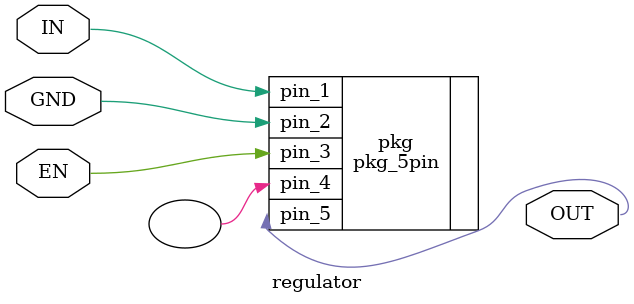
<source format=v>
module regulator (IN, OUT, GND, EN);

input IN, GND, EN;
output OUT;

pkg_5pin pkg (  .pin_1(IN),
		.pin_2(GND),
		.pin_3(EN),
		.pin_4(),	/* no connect */
		.pin_5(OUT)
	);

endmodule

</source>
